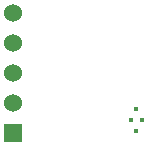
<source format=gbs>
G04*
G04 #@! TF.GenerationSoftware,Altium Limited,Altium Designer,20.2.5 (213)*
G04*
G04 Layer_Color=16711935*
%FSLAX25Y25*%
%MOIN*%
G70*
G04*
G04 #@! TF.SameCoordinates,F18023E5-EE5D-4DE6-B478-A7BB098ACCA1*
G04*
G04*
G04 #@! TF.FilePolarity,Negative*
G04*
G01*
G75*
%ADD35C,0.01587*%
%ADD36C,0.06000*%
%ADD37R,0.06000X0.06000*%
D35*
X47218Y17521D02*
D03*
Y10041D02*
D03*
X49186Y13781D02*
D03*
X45249D02*
D03*
D36*
X5907Y39686D02*
D03*
Y29686D02*
D03*
Y19686D02*
D03*
Y49686D02*
D03*
D37*
Y9686D02*
D03*
M02*

</source>
